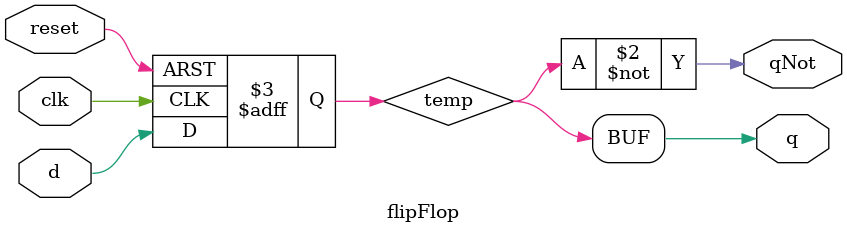
<source format=sv>
`timescale 1ns / 1ps

module structural_model(
    input logic clk,     
    input logic reset,   
    output logic y
);

logic  a, b, c, S0, S1, S2, S0Not, S1Not, S2Not;          // Internal signals

flipFlop ffA(.clk(clk), .reset(reset), .d(~( S1 | S2)), .q((S0)), .qNot(S0Not));
flipFlop ffB(.clk(clk), .reset(reset), .d( ~(S0Not & S2Not)), .q(S1), .qNot(S1Not));
flipFlop ffC(.clk(clk), .reset(reset), .d(~(S0 ^ S1Not)), .q(S2), .qNot(S2Not));

assign {a, b, c} = {S0, S1, S2};
assign y = ~(S0Not | S1Not);

endmodule

module flipFlop( 
    input logic clk,
    input logic reset,
    input logic d,
    output logic q,
    output logic qNot
);

logic temp;

always_ff @(posedge clk or posedge reset)begin
    if(reset)begin
        temp <= 1'b0;
    end else begin
        temp <= d;
    end
end

assign q = temp;
assign qNot = ~temp;

endmodule

</source>
